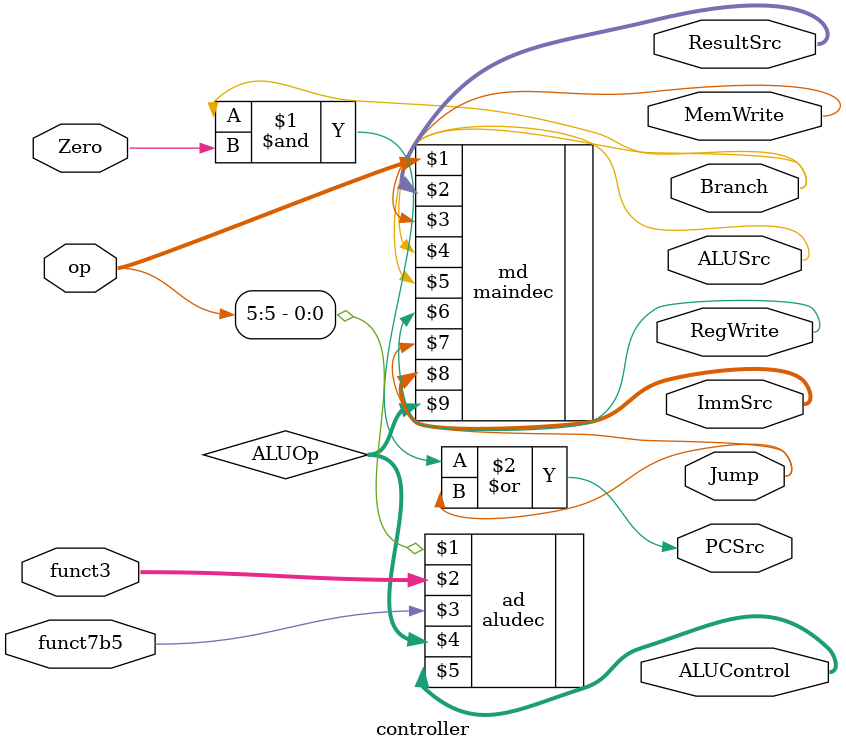
<source format=v>
module controller(input  [6:0] op,
                  input  [2:0] funct3,
                  input        funct7b5,
                  input        Zero,
                  output [1:0] ResultSrc,
                  output       MemWrite,
                  output       PCSrc,
                  output       ALUSrc,
                  output       RegWrite, Jump,
                  output       Branch,
                  output [1:0] ImmSrc,
                  output [2:0] ALUControl);
  wire [1:0] ALUOp;
  maindec md(op, ResultSrc, MemWrite, Branch, ALUSrc, RegWrite, Jump, ImmSrc, ALUOp);
  aludec  ad(op[5], funct3, funct7b5, ALUOp, ALUControl);
  assign PCSrc = (Branch & Zero) | Jump;
endmodule
</source>
